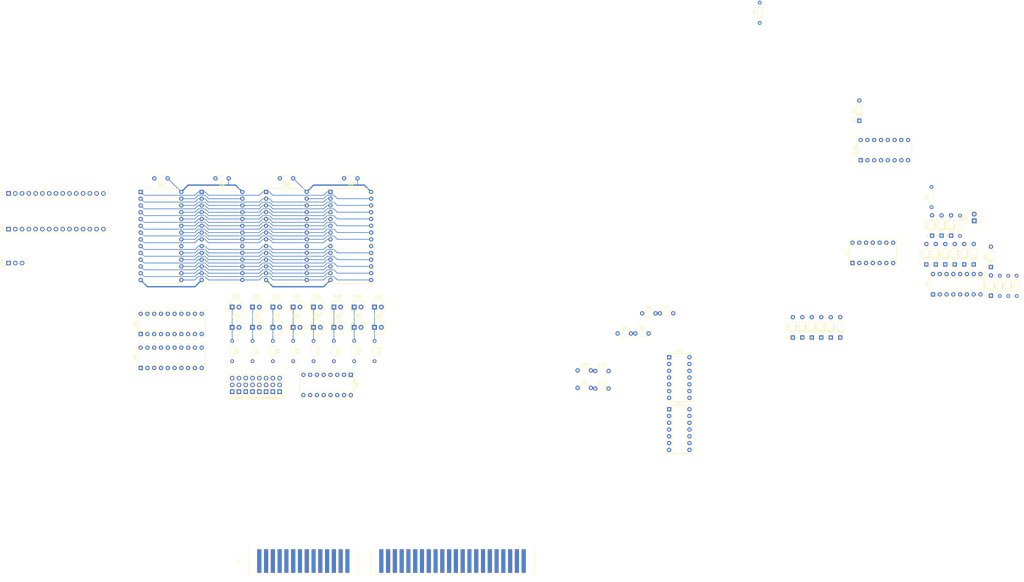
<source format=kicad_pcb>
(kicad_pcb (version 20211014) (generator pcbnew)
  (layers (0 "F.Cu" signal) (31 "B.Cu" signal) (34 "B.Paste" user) (35 "F.Paste" user) (36 "B.SilkS" user "B.Silkscreen") (37 "F.SilkS" user "F.Silkscreen") (38 "B.Mask" user) (39 "F.Mask" user) (44 "Edge.Cuts" user))
  (net 0 "")
  (net 1 "Net-(D1-Pad1)")
  (net 2 "Net-(D1-Pad2)")
  (net 3 "Net-(D2-Pad1)")
  (net 4 "Net-(D2-Pad2)")
  (net 5 "Net-(D3-Pad2)")
  (net 6 "Net-(D4-Pad2)")
  (net 7 "Net-(D5-Pad2)")
  (net 8 "Net-(D6-Pad2)")
  (net 9 "Net-(D7-Pad2)")
  (net 10 "Net-(D8-Pad2)")
  (net 11 "Net-(D11-Pad1)")
  (net 12 "Net-(D9-Pad2)")
  (net 13 "Net-(D10-Pad1)")
  (net 14 "Net-(D10-Pad2)")
  (net 15 "Net-(D11-Pad2)")
  (net 16 "Net-(D12-Pad2)")
  (net 17 "Net-(D13-Pad2)")
  (net 18 "Net-(D14-Pad2)")
  (net 19 "Net-(D15-Pad2)")
  (net 20 "Net-(D16-Pad2)")
  (net 21 "Net-(D17-Pad1)")
  (net 22 "BUS_VCC")
  (net 23 "Net-(D18-Pad1)")
  (net 24 "BUS_WRITE_ENABLE")
  (net 25 "BUS_READ_ENABLE")
  (net 26 "BUS_DATA_0")
  (net 27 "BUS_DATA_1")
  (net 28 "BUS_DATA_2")
  (net 29 "BUS_DATA_3")
  (net 30 "BUS_DATA_4")
  (net 31 "BUS_DATA_5")
  (net 32 "BUS_DATA_6")
  (net 33 "BUS_DATA_7")
  (net 38 "BUS_GND")
  (net 39 "BUS_RD_0")
  (net 40 "BUS_RD_1")
  (net 41 "BUS_RD_2")
  (net 42 "BUS_RD_3")
  (net 43 "BUS_WR_0")
  (net 44 "BUS_WR_1")
  (net 45 "BUS_WR_2")
  (net 46 "BUS_WR_3")
  (net 50 "BUS_RESET")
  (net 51 "BUS_RESET_INV")
  (net 52 "BUS_HALT")
  (net 53 "BUS_INT")
  (net 61 "BUS_CLOCK_INV")
  (net 62 "BUS_CLOCK")
  (net 64 "FLAG_INTM")
  (net 65 "FLAG_Z")
  (net 66 "FLAG_C")
  (net 68 "BUS_ULA_ENABLE")
  (net 73 "BUS_ADDR_15")
  (net 74 "BUS_ADDR_14")
  (net 75 "BUS_ADDR_13")
  (net 76 "BUS_ADDR_12")
  (net 77 "BUS_ADDR_11")
  (net 78 "BUS_ADDR_10")
  (net 79 "BUS_ADDR_9")
  (net 80 "BUS_ADDR_8")
  (net 81 "BUS_ADDR_7")
  (net 82 "BUS_ADDR_6")
  (net 83 "BUS_ADDR_5")
  (net 84 "BUS_ADDR_4")
  (net 85 "BUS_ADDR_3")
  (net 86 "BUS_ADDR_2")
  (net 87 "BUS_ADDR_1")
  (net 88 "BUS_ADDR_0")
  (net 89 "READ_ENABLE_INV")
  (net 92 "Net-(SW8-Pad1)")
  (net 99 "Net-(U10-Pad14)")
  (net 100 "Net-(U10-Pad11)")
  (net 101 "PROG_WRITE_ENABLE")
  (net 102 "Net-(SW0-Pad2)")
  (net 103 "Net-(SW1-Pad2)")
  (net 104 "Net-(SW2-Pad2)")
  (net 105 "Net-(SW3-Pad2)")
  (net 106 "Net-(SW4-Pad2)")
  (net 107 "Net-(SW5-Pad2)")
  (net 108 "Net-(SW6-Pad2)")
  (net 109 "Net-(SW7-Pad2)")
  (net 110 "PROG_RUN_VCC")
  (net 111 "Net-(U1-Pad11)")
  (net 112 "Net-(U1-Pad12)")
  (net 113 "Net-(U1-Pad13)")
  (net 114 "Net-(U1-Pad15)")
  (net 115 "Net-(U1-Pad16)")
  (net 116 "Net-(U1-Pad17)")
  (net 117 "Net-(U1-Pad18)")
  (net 118 "Net-(U1-Pad19)")
  (net 119 "WRITE_ENABLE_INV")
  (net 120 "Net-(U9-Pad15)")
  (net 123 "Net-(U10-Pad13)")
  (net 124 "Net-(U10-Pad15)")
  (net 126 "Net-(D20-Pad1)")
  (net 127 "Net-(D22-Pad1)")
  (net 128 "Net-(D24-Pad1)")
  (net 129 "Net-(D26-Pad1)")
  (net 130 "Net-(D28-Pad1)")
  (net 131 "Net-(D30-Pad1)")
  (net 132 "Net-(D32-Pad1)")
  (net 133 "Net-(U11-Pad6)")
  (net 134 "Net-(U7-Pad2)")
  (net 135 "Net-(U11-Pad8)")
  (net 136 "Net-(U7-Pad4)")
  (net 137 "Net-(U7-Pad6)")
  (net 138 "Net-(U11-Pad9)")
  (footprint "Connector_PinHeader_2.54mm:PinHeader_1x03_P2.54mm_Vertical" (layer "F.Cu") (at 138.43 96.52 180)
    (fp_text reference "SW0")
    (fp_text value "SW_SPDT")
  )
  (footprint "Diode_THT:D_DO-35_SOD27_P7.62mm_Horizontal" (layer "F.Cu") (at 409.16 48.775 90)
    (fp_text reference "D11")
    (fp_text value "1N4148")
  )
  (footprint "Resistor_THT:R_Axial_DIN0204_L3.6mm_D1.6mm_P7.62mm_Horizontal" (layer "F.Cu") (at 184.15 77.47 -90)
    (fp_text reference "R12")
    (fp_text value "470R")
  )
  (footprint "LED_THT:LED_D5.0mm" (layer "F.Cu") (at 184.15 64.77)
    (fp_text reference "D30")
    (fp_text value "LED")
  )
  (footprint "LED_THT:LED_D5.0mm" (layer "F.Cu") (at 176.53 72.39)
    (fp_text reference "D29")
    (fp_text value "LED")
  )
  (footprint "Diode_THT:D_DO-35_SOD27_P7.62mm_Horizontal" (layer "F.Cu") (at 416.26 48.775 90)
    (fp_text reference "D15")
    (fp_text value "1N4148")
  )
  (footprint "Diode_THT:D_DO-35_SOD27_P7.62mm_Horizontal" (layer "F.Cu") (at 407.76 38.005 90)
    (fp_text reference "D10")
    (fp_text value "1N4148")
  )
  (footprint "Capacitor_THT:C_Disc_D4.3mm_W1.9mm_P5.00mm" (layer "F.Cu") (at 274.469775 88.78)
    (fp_text reference "C12")
    (fp_text value "100nF")
  )
  (footprint "LED_THT:LED_D5.0mm" (layer "F.Cu") (at 153.67 64.77)
    (fp_text reference "D22")
    (fp_text value "LED")
  )
  (footprint "LED_THT:LED_D5.0mm" (layer "F.Cu") (at 153.67 72.39)
    (fp_text reference "D23")
    (fp_text value "LED")
  )
  (footprint "Resistor_THT:R_Axial_DIN0204_L3.6mm_D1.6mm_P7.62mm_Horizontal" (layer "F.Cu") (at 138.43 77.47 -90)
    (fp_text reference "R6")
    (fp_text value "470R")
  )
  (footprint "Diode_THT:D_DO-35_SOD27_P7.62mm_Horizontal" (layer "F.Cu") (at 402.06 48.775 90)
    (fp_text reference "D12")
    (fp_text value "1N4148")
  )
  (footprint "Package_DIP:DIP-28_W15.24mm" (layer "F.Cu") (at 104.135 21.6)
    (fp_text reference "U1")
    (fp_text value "HM62256BLP")
  )
  (footprint "LED_THT:LED_D5.0mm" (layer "F.Cu") (at 191.77 64.77)
    (fp_text reference "D32")
    (fp_text value "LED")
  )
  (footprint "Resistor_THT:R_Axial_DIN0204_L3.6mm_D1.6mm_P7.62mm_Horizontal" (layer "F.Cu") (at 426.06 60.625 90)
    (fp_text reference "R4")
    (fp_text value "10K")
  )
  (footprint "Resistor_THT:R_Axial_DIN0204_L3.6mm_D1.6mm_P7.62mm_Horizontal" (layer "F.Cu") (at 153.67 77.47 -90)
    (fp_text reference "R8")
    (fp_text value "470R")
  )
  (footprint "Connector_PinHeader_2.54mm:PinHeader_1x03_P2.54mm_Vertical" (layer "F.Cu") (at 148.59 96.505 180)
    (fp_text reference "SW4")
    (fp_text value "SW_SPDT")
  )
  (footprint "Resistor_THT:R_Axial_DIN0204_L3.6mm_D1.6mm_P7.62mm_Horizontal" (layer "F.Cu") (at 400.46 27.335 90)
    (fp_text reference "R2")
    (fp_text value "10K")
  )
  (footprint "Diode_THT:D_DO-35_SOD27_P7.62mm_Horizontal" (layer "F.Cu") (at 412.71 48.775 90)
    (fp_text reference "D18")
    (fp_text value "1N4148")
  )
  (footprint "Diode_THT:D_DO-35_SOD27_P7.62mm_Horizontal" (layer "F.Cu") (at 359.15 76.2 90)
    (fp_text reference "D5")
    (fp_text value "1N4148")
  )
  (footprint "Capacitor_THT:C_Disc_D4.3mm_W1.9mm_P5.00mm" (layer "F.Cu") (at 161.29 16.51 180)
    (fp_text reference "C3")
    (fp_text value "100nF")
  )
  (footprint "Resistor_THT:R_Axial_DIN0204_L3.6mm_D1.6mm_P7.62mm_Horizontal" (layer "F.Cu") (at 429.21 60.625 90)
    (fp_text reference "R6")
    (fp_text value "10K")
  )
  (footprint "Capacitor_THT:C_Disc_D4.3mm_W1.9mm_P5.00mm" (layer "F.Cu") (at 267.839775 95.08)
    (fp_text reference "C5")
    (fp_text value "100nF")
  )
  (footprint "Capacitor_THT:C_Disc_D4.3mm_W1.9mm_P5.00mm" (layer "F.Cu") (at 114.26 16.51 180)
    (fp_text reference "C1")
    (fp_text value "100nF")
  )
  (footprint "Package_DIP:DIP-28_W15.24mm_Socket" (layer "F.Cu") (at 151.13 21.59)
    (fp_text reference "U3")
    (fp_text value "28C256")
  )
  (footprint "Resistor_THT:R_Axial_DIN0204_L3.6mm_D1.6mm_P7.62mm_Horizontal" (layer "F.Cu") (at 191.77 77.47 -90)
    (fp_text reference "R13")
    (fp_text value "470R")
  )
  (footprint "Resistor_THT:R_Axial_DIN0204_L3.6mm_D1.6mm_P7.62mm_Horizontal" (layer "F.Cu") (at 176.53 77.47 -90)
    (fp_text reference "R11")
    (fp_text value "470R")
  )
  (footprint "LED_THT:LED_D5.0mm" (layer "F.Cu") (at 146.05 72.39)
    (fp_text reference "D21")
    (fp_text value "LED")
  )
  (footprint "Package_DIP:DIP-14_W7.62mm_Socket" (layer "F.Cu") (at 370.84 48.26 90)
    (fp_text reference "U7")
    (fp_text value "74LS04")
  )
  (footprint "Connector_PinHeader_2.54mm:PinHeader_1x15_P2.54mm_Vertical" (layer "F.Cu") (at 54.615 35.56 90)
    (fp_text reference "J2")
    (fp_text value "Conn_01x15")
  )
  (footprint "Diode_THT:D_DO-35_SOD27_P7.62mm_Horizontal" (layer "F.Cu") (at 404.21 38.005 90)
    (fp_text reference "D3")
    (fp_text value "1N4148")
  )
  (footprint "LED_THT:LED_D5.0mm" (layer "F.Cu") (at 416.46 32.455 90)
    (fp_text reference "D17")
    (fp_text value "LED")
  )
  (footprint "Diode_THT:D_DO-35_SOD27_P7.62mm_Horizontal" (layer "F.Cu") (at 352.05 76.2 90)
    (fp_text reference "D8")
    (fp_text value "1N4148")
  )
  (footprint "Capacitor_THT:C_Disc_D4.3mm_W1.9mm_P5.00mm" (layer "F.Cu") (at 298.679775 67.13)
    (fp_text reference "C7")
    (fp_text value "100nF")
  )
  (footprint "Resistor_THT:R_Axial_DIN0204_L3.6mm_D1.6mm_P7.62mm_Horizontal" (layer "F.Cu") (at 146.05 77.47 -90)
    (fp_text reference "R7")
    (fp_text value "470R")
  )
  (footprint "Capacitor_THT:C_Disc_D4.3mm_W1.9mm_P5.00mm" (layer "F.Cu") (at 292.049775 67.13)
    (fp_text reference "C8")
    (fp_text value "100nF")
  )
  (footprint "LED_THT:LED_D5.0mm" (layer "F.Cu") (at 184.15 72.39)
    (fp_text reference "D31")
    (fp_text value "LED")
  )
  (footprint "Connector_PinHeader_2.54mm:PinHeader_1x03_P2.54mm_Vertical" (layer "F.Cu") (at 153.67 96.52 180)
    (fp_text reference "SW6")
    (fp_text value "SW_SPDT")
  )
  (footprint "Connector_PinHeader_2.54mm:PinHeader_1x03_P2.54mm_Vertical" (layer "F.Cu") (at 143.51 96.505 180)
    (fp_text reference "SW2")
    (fp_text value "SW_SPDT")
  )
  (footprint "LED_THT:LED_D5.0mm" (layer "F.Cu") (at 138.43 64.77)
    (fp_text reference "D18")
    (fp_text value "LED")
  )
  (footprint "Capacitor_THT:C_Disc_D4.3mm_W1.9mm_P5.00mm" (layer "F.Cu") (at 282.839775 74.68)
    (fp_text reference "C9")
    (fp_text value "100nF")
  )
  (footprint "Package_DIP:DIP-28_W15.24mm_Socket" (layer "F.Cu") (at 175.26 21.59)
    (fp_text reference "U4")
    (fp_text value "28C256")
  )
  (footprint "LED_THT:LED_D5.0mm" (layer "F.Cu") (at 146.05 64.77)
    (fp_text reference "D20")
    (fp_text value "LED")
  )
  (footprint "Package_DIP:DIP-16_W7.62mm_Socket" (layer "F.Cu") (at 401.01 60.025 90)
    (fp_text reference "U9")
    (fp_text value "74LS191")
  )
  (footprint "Diode_THT:D_DO-35_SOD27_P7.62mm_Horizontal" (layer "F.Cu") (at 405.61 48.775 90)
    (fp_text reference "D2")
    (fp_text value "1N4148")
  )
  (footprint "LED_THT:LED_D5.0mm" (layer "F.Cu") (at 168.91 72.39)
    (fp_text reference "D27")
    (fp_text value "LED")
  )
  (footprint "cardedgeslot:Card Edge Slot 28+44" (layer "F.Cu") (at 143.51 167.64 90)
    (fp_text reference "J1")
    (fp_text value "BUS")
  )
  (footprint "Connector_PinHeader_2.54mm:PinHeader_1x03_P2.54mm_Vertical" (layer "F.Cu") (at 54.625 48.26 90)
    (fp_text reference "SW8")
    (fp_text value "SW_SPDT")
  )
  (footprint "Package_DIP:DIP-28_W15.24mm" (layer "F.Cu") (at 126.995 21.6)
    (fp_text reference "U2")
    (fp_text value "HM62256BLP")
  )
  (footprint "Connector_PinHeader_2.54mm:PinHeader_1x03_P2.54mm_Vertical" (layer "F.Cu") (at 140.97 96.52 180)
    (fp_text reference "SW1")
    (fp_text value "SW_SPDT")
  )
  (footprint "Diode_THT:D_DO-35_SOD27_P7.62mm_Horizontal" (layer "F.Cu") (at 373.41 -5.075 90)
    (fp_text reference "D7")
    (fp_text value "1N4148")
  )
  (footprint "Diode_THT:D_DO-35_SOD27_P7.62mm_Horizontal" (layer "F.Cu") (at 366.25 76.2 90)
    (fp_text reference "D1")
    (fp_text value "1N4148")
  )
  (footprint "LED_THT:LED_D5.0mm" (layer "F.Cu") (at 168.91 64.77)
    (fp_text reference "D26")
    (fp_text value "LED")
  )
  (footprint "Connector_PinHeader_2.54mm:PinHeader_1x15_P2.54mm_Vertical" (layer "F.Cu") (at 54.615 22.16 90)
    (fp_text reference "J3")
    (fp_text value "Conn_01x15")
  )
  (footprint "Capacitor_THT:C_Disc_D4.3mm_W1.9mm_P5.00mm" (layer "F.Cu") (at 137.12 16.51 180)
    (fp_text reference "C2")
    (fp_text value "100nF")
  )
  (footprint "Diode_THT:D_DO-35_SOD27_P7.62mm_Horizontal" (layer "F.Cu") (at 400.66 38.005 90)
    (fp_text reference "D14")
    (fp_text value "1N4148")
  )
  (footprint "Package_DIP:DIP-14_W7.62mm_Socket" (layer "F.Cu") (at 302.140225 103.09)
    (fp_text reference "U11")
    (fp_text value "74LS20")
  )
  (footprint "Capacitor_THT:C_Disc_D4.3mm_W1.9mm_P5.00mm" (layer "F.Cu") (at 289.469775 74.68)
    (fp_text reference "C6")
    (fp_text value "100nF")
  )
  (footprint "Connector_PinHeader_2.54mm:PinHeader_1x03_P2.54mm_Vertical" (layer "F.Cu") (at 146.05 96.505 180)
    (fp_text reference "SW3")
    (fp_text value "SW_SPDT")
  )
  (footprint "Diode_THT:D_DO-35_SOD27_P7.62mm_Horizontal" (layer "F.Cu") (at 362.7 76.2 90)
    (fp_text reference "D19")
    (fp_text value "1N4148")
  )
  (footprint "Diode_THT:D_DO-35_SOD27_P7.62mm_Horizontal" (layer "F.Cu") (at 398.51 48.775 90)
    (fp_text reference "D16")
    (fp_text value "1N4148")
  )
  (footprint "Resistor_THT:R_Axial_DIN0204_L3.6mm_D1.6mm_P7.62mm_Horizontal" (layer "F.Cu") (at 161.29 77.47 -90)
    (fp_text reference "R9")
    (fp_text value "470R")
  )
  (footprint "Package_DIP:DIP-14_W7.62mm_Socket" (layer "F.Cu") (at 302.140225 83.59)
    (fp_text reference "U12")
    (fp_text value "74LS20")
  )
  (footprint "Package_DIP:DIP-20_W7.62mm_Socket" (layer "F.Cu") (at 104.145 87.62 90)
    (fp_text reference "U6")
    (fp_text value "74LS244")
  )
  (footprint "Diode_THT:D_DO-35_SOD27_P7.62mm_Horizontal" (layer "F.Cu") (at 355.6 76.2 90)
    (fp_text reference "D6")
    (fp_text value "1N4148")
  )
  (footprint "Resistor_THT:R_Axial_DIN0204_L3.6mm_D1.6mm_P7.62mm_Horizontal" (layer "F.Cu") (at 432.36 60.625 90)
    (fp_text reference "R5")
    (fp_text value "10K")
  )
  (footprint "Connector_PinHeader_2.54mm:PinHeader_1x03_P2.54mm_Vertical" (layer "F.Cu") (at 151.13 96.52 180)
    (fp_text reference "SW5")
    (fp_text value "SW_SPDT")
  )
  (footprint "Resistor_THT:R_Axial_DIN0204_L3.6mm_D1.6mm_P7.62mm_Horizontal" (layer "F.Cu") (at 336.06 -41.775 90)
    (fp_text reference "R3")
    (fp_text value "10K")
  )
  (footprint "Package_DIP:DIP-20_W7.62mm_Socket" (layer "F.Cu") (at 104.145 74.92 90)
    (fp_text reference "U5")
    (fp_text value "74LS244")
  )
  (footprint "LED_THT:LED_D5.0mm" (layer "F.Cu") (at 161.29 72.39)
    (fp_text reference "D25")
    (fp_text value "LED")
  )
  (footprint "Capacitor_THT:C_Disc_D4.3mm_W1.9mm_P5.00mm" (layer "F.Cu") (at 267.839775 88.53)
    (fp_text reference "C10")
    (fp_text value "100nF")
  )
  (footprint "Resistor_THT:R_Axial_DIN0204_L3.6mm_D1.6mm_P7.62mm_Horizontal" (layer "F.Cu") (at 411.11 38.105 90)
    (fp_text reference "R1")
    (fp_text value "470R")
  )
  (footprint "LED_THT:LED_D5.0mm" (layer "F.Cu") (at 191.77 72.39)
    (fp_text reference "D33")
    (fp_text value "LED")
  )
  (footprint "Capacitor_THT:C_Disc_D4.3mm_W1.9mm_P5.00mm" (layer "F.Cu") (at 274.469775 95.33)
    (fp_text reference "C11")
    (fp_text value "100nF")
  )
  (footprint "Package_DIP:DIP-16_W7.62mm_Socket" (layer "F.Cu") (at 373.91 9.725 90)
    (fp_text reference "U10")
    (fp_text value "74LS191")
  )
  (footprint "LED_THT:LED_D5.0mm" (layer "F.Cu") (at 161.29 64.77)
    (fp_text reference "D24")
    (fp_text value "LED")
  )
  (footprint "Diode_THT:D_DO-35_SOD27_P7.62mm_Horizontal" (layer "F.Cu") (at 348.5 76.2 90)
    (fp_text reference "D13")
    (fp_text value "1N4148")
  )
  (footprint "Resistor_THT:R_Axial_DIN0204_L3.6mm_D1.6mm_P7.62mm_Horizontal" (layer "F.Cu") (at 168.91 77.47 -90)
    (fp_text reference "R10")
    (fp_text value "470R")
  )
  (footprint "Package_DIP:DIP-16_W7.62mm_Socket" (layer "F.Cu") (at 182.89 90.18 -90)
    (fp_text reference "U8")
    (fp_text value "74LS138")
  )
  (footprint "Diode_THT:D_DO-35_SOD27_P7.62mm_Horizontal" (layer "F.Cu") (at 422.71 60.525 90)
    (fp_text reference "D4")
    (fp_text value "1N4148")
  )
  (footprint "LED_THT:LED_D5.0mm" (layer "F.Cu") (at 176.53 64.77)
    (fp_text reference "D28")
    (fp_text value "LED")
  )
  (footprint "LED_THT:LED_D5.0mm" (layer "F.Cu") (at 138.43 72.39)
    (fp_text reference "D19")
    (fp_text value "LED")
  )
  (footprint "Connector_PinHeader_2.54mm:PinHeader_1x03_P2.54mm_Vertical" (layer "F.Cu") (at 156.21 96.52 180)
    (fp_text reference "SW7")
    (fp_text value "SW_SPDT")
  )
  (footprint "Diode_THT:D_DO-35_SOD27_P7.62mm_Horizontal" (layer "F.Cu") (at 422.71 49.755 90)
    (fp_text reference "D9")
    (fp_text value "1N4148")
  )
  (footprint "Capacitor_THT:C_Disc_D4.3mm_W1.9mm_P5.00mm" (layer "F.Cu") (at 185.38 16.51 180)
    (fp_text reference "C4")
    (fp_text value "100nF")
  )
  (segment (start 119.35 21.6) (end 119.375 21.6) (width 0.25) (layer "F.Cu") (net 22))
  (segment (start 121.92 19.055) (end 121.92 19.05) (width 0.5) (layer "B.Cu") (net 22))
  (segment (start 139.7 19.05) (end 139.7 19.065) (width 0.5) (layer "B.Cu") (net 22))
  (segment (start 121.92 19.05) (end 137.16 19.05) (width 0.5) (layer "B.Cu") (net 22))
  (segment (start 137.12 16.51) (end 137.12 19.01) (width 0.25) (layer "B.Cu") (net 22))
  (segment (start 137.16 19.05) (end 139.7 19.05) (width 0.5) (layer "B.Cu") (net 22))
  (segment (start 139.7 19.065) (end 142.235 21.6) (width 0.5) (layer "B.Cu") (net 22))
  (segment (start 137.12 19.01) (end 137.16 19.05) (width 0.25) (layer "B.Cu") (net 22))
  (segment (start 114.26 16.51) (end 119.35 21.6) (width 0.25) (layer "B.Cu") (net 22))
  (segment (start 119.375 21.6) (end 121.92 19.055) (width 0.5) (layer "B.Cu") (net 22))
  (segment (start 138.43 72.39) (end 138.43 64.77) (width 0.25) (layer "B.Cu") (net 23))
  (segment (start 138.43 77.47) (end 138.43 72.39) (width 0.25) (layer "B.Cu") (net 23))
  (segment (start 124.465 57.15) (end 126.995 54.62) (width 0.5) (layer "B.Cu") (net 38))
  (segment (start 153.67 57.15) (end 172.72 57.15) (width 0.5) (layer "B.Cu") (net 38))
  (segment (start 104.135 54.62) (end 106.665 57.15) (width 0.5) (layer "B.Cu") (net 38))
  (segment (start 172.72 57.15) (end 175.26 54.61) (width 0.5) (layer "B.Cu") (net 38))
  (segment (start 151.13 54.61) (end 153.67 57.15) (width 0.5) (layer "B.Cu") (net 38))
  (segment (start 106.665 57.15) (end 124.465 57.15) (width 0.5) (layer "B.Cu") (net 38))
  (segment (start 128.27 21.59) (end 129.54 22.86) (width 0.25) (layer "B.Cu") (net 74))
  (segment (start 152.4 21.59) (end 153.67 22.86) (width 0.25) (layer "B.Cu") (net 74))
  (segment (start 151.13 21.59) (end 152.4 21.59) (width 0.25) (layer "B.Cu") (net 74))
  (segment (start 128.26 21.6) (end 128.27 21.59) (width 0.25) (layer "B.Cu") (net 74))
  (segment (start 126.995 21.6) (end 128.26 21.6) (width 0.25) (layer "B.Cu") (net 74))
  (segment (start 104.135 21.6) (end 105.395 22.86) (width 0.25) (layer "B.Cu") (net 74))
  (segment (start 148.59 22.86) (end 149.86 21.59) (width 0.25) (layer "B.Cu") (net 74))
  (segment (start 173.99 21.59) (end 175.26 21.59) (width 0.25) (layer "B.Cu") (net 74))
  (segment (start 172.72 22.86) (end 173.99 21.59) (width 0.25) (layer "B.Cu") (net 74))
  (segment (start 129.54 22.86) (end 148.59 22.86) (width 0.25) (layer "B.Cu") (net 74))
  (segment (start 125.73 21.59) (end 125.74 21.6) (width 0.25) (layer "B.Cu") (net 74))
  (segment (start 149.86 21.59) (end 151.13 21.59) (width 0.25) (layer "B.Cu") (net 74))
  (segment (start 125.74 21.6) (end 126.995 21.6) (width 0.25) (layer "B.Cu") (net 74))
  (segment (start 105.395 22.86) (end 124.46 22.86) (width 0.25) (layer "B.Cu") (net 74))
  (segment (start 124.46 22.86) (end 125.73 21.59) (width 0.25) (layer "B.Cu") (net 74))
  (segment (start 153.67 22.86) (end 172.72 22.86) (width 0.25) (layer "B.Cu") (net 74))
  (segment (start 166.37 26.67) (end 172.72 26.67) (width 0.25) (layer "B.Cu") (net 75))
  (segment (start 129.55 26.68) (end 142.235 26.68) (width 0.25) (layer "B.Cu") (net 75))
  (segment (start 152.4 25.4) (end 153.67 26.67) (width 0.25) (layer "B.Cu") (net 75))
  (segment (start 149.86 25.4) (end 152.4 25.4) (width 0.25) (layer "B.Cu") (net 75))
  (segment (start 119.375 26.68) (end 124.45 26.68) (width 0.25) (layer "B.Cu") (net 75))
  (segment (start 173.99 25.4) (end 176.53 25.4) (width 0.25) (layer "B.Cu") (net 75))
  (segment (start 153.67 26.67) (end 166.37 26.67) (width 0.25) (layer "B.Cu") (net 75))
  (segment (start 148.58 26.68) (end 149.86 25.4) (width 0.25) (layer "B.Cu") (net 75))
  (segment (start 125.73 25.4) (end 128.27 25.4) (width 0.25) (layer "B.Cu") (net 75))
  (segment (start 128.27 25.4) (end 129.55 26.68) (width 0.25) (layer "B.Cu") (net 75))
  (segment (start 142.235 26.68) (end 148.58 26.68) (width 0.25) (layer "B.Cu") (net 75))
  (segment (start 124.45 26.68) (end 125.73 25.4) (width 0.25) (layer "B.Cu") (net 75))
  (segment (start 172.72 26.67) (end 173.99 25.4) (width 0.25) (layer "B.Cu") (net 75))
  (segment (start 177.8 26.67) (end 190.5 26.67) (width 0.25) (layer "B.Cu") (net 75))
  (segment (start 176.53 25.4) (end 177.8 26.67) (width 0.25) (layer "B.Cu") (net 75))
  (segment (start 128.27 24.13) (end 129.54 25.4) (width 0.25) (layer "B.Cu") (net 76))
  (segment (start 172.72 25.4) (end 173.99 24.13) (width 0.25) (layer "B.Cu") (net 76))
  (segment (start 124.46 25.4) (end 125.73 24.13) (width 0.25) (layer "B.Cu") (net 76))
  (segment (start 151.13 24.13) (end 152.4 24.13) (width 0.25) (layer "B.Cu") (net 76))
  (segment (start 152.4 24.13) (end 153.67 25.4) (width 0.25) (layer "B.Cu") (net 76))
  (segment (start 125.73 24.13) (end 125.74 24.14) (width 0.25) (layer "B.Cu") (net 76))
  (segment (start 104.135 24.14) (end 105.395 25.4) (width 0.25) (layer "B.Cu") (net 76))
  (segment (start 173.99 24.13) (end 175.26 24.13) (width 0.25) (layer "B.Cu") (net 76))
  (segment (start 128.26 24.14) (end 128.27 24.13) (width 0.25) (layer "B.Cu") (net 76))
  (segment (start 105.395 25.4) (end 124.46 25.4) (width 0.25) (layer "B.Cu") (net 76))
  (segment (start 125.74 24.14) (end 126.995 24.14) (width 0.25) (layer "B.Cu") (net 76))
  (segment (start 129.54 25.4) (end 148.59 25.4) (width 0.25) (layer "B.Cu") (net 76))
  (segment (start 126.995 24.14) (end 128.26 24.14) (width 0.25) (layer "B.Cu") (net 76))
  (segment (start 149.86 24.13) (end 151.13 24.13) (width 0.25) (layer "B.Cu") (net 76))
  (segment (start 153.67 25.4) (end 172.72 25.4) (width 0.25) (layer "B.Cu") (net 76))
  (segment (start 148.59 25.4) (end 149.86 24.13) (width 0.25) (layer "B.Cu") (net 76))
  (segment (start 172.72 34.29) (end 173.99 33.02) (width 0.25) (layer "B.Cu") (net 77))
  (segment (start 128.27 33.02) (end 129.55 34.3) (width 0.25) (layer "B.Cu") (net 77))
  (segment (start 176.53 33.02) (end 177.8 34.29) (width 0.25) (layer "B.Cu") (net 77))
  (segment (start 173.99 33.02) (end 176.53 33.02) (width 0.25) (layer "B.Cu") (net 77))
  (segment (start 142.235 34.3) (end 148.58 34.3) (width 0.25) (layer "B.Cu") (net 77))
  (segment (start 153.67 34.29) (end 166.37 34.29) (width 0.25) (layer "B.Cu") (net 77))
  (segment (start 166.37 34.29) (end 172.72 34.29) (width 0.25) (layer "B.Cu") (net 77))
  (segment (start 129.55 34.3) (end 142.235 34.3) (width 0.25) (layer "B.Cu") (net 77))
  (segment (start 124.45 34.3) (end 125.73 33.02) (width 0.25) (layer "B.Cu") (net 77))
  (segment (start 125.73 33.02) (end 128.27 33.02) (width 0.25) (layer "B.Cu") (net 77))
  (segment (start 152.4 33.02) (end 153.67 34.29) (width 0.25) (layer "B.Cu") (net 77))
  (segment (start 119.375 34.3) (end 124.45 34.3) (width 0.25) (layer "B.Cu") (net 77))
  (segment (start 177.8 34.29) (end 190.5 34.29) (width 0.25) (layer "B.Cu") (net 77))
  (segment (start 148.58 34.3) (end 149.86 33.02) (width 0.25) (layer "B.Cu") (net 77))
  (segment (start 149.86 33.02) (end 152.4 33.02) (width 0.25) (layer "B.Cu") (net 77))
  (segment (start 149.86 38.1) (end 152.4 38.1) (width 0.25) (layer "B.Cu") (net 78))
  (segment (start 119.375 39.38) (end 124.45 39.38) (width 0.25) (layer "B.Cu") (net 78))
  (segment (start 124.45 39.38) (end 125.73 38.1) (width 0.25) (layer "B.Cu") (net 78))
  (segment (start 142.235 39.38) (end 148.58 39.38) (width 0.25) (layer "B.Cu") (net 78))
  (segment (start 172.72 39.37) (end 173.99 38.1) (width 0.25) (layer "B.Cu") (net 78))
  (segment (start 153.67 39.37) (end 166.37 39.37) (width 0.25) (layer "B.Cu") (net 78))
  (segment (start 166.37 39.37) (end 172.72 39.37) (width 0.25) (layer "B.Cu") (net 78))
  (segment (start 148.58 39.38) (end 149.86 38.1) (width 0.25) (layer "B.Cu") (net 78))
  (segment (start 129.55 39.38) (end 142.235 39.38) (width 0.25) (layer "B.Cu") (net 78))
  (segment (start 152.4 38.1) (end 153.67 39.37) (width 0.25) (layer "B.Cu") (net 78))
  (segment (start 176.53 38.1) (end 177.8 39.37) (width 0.25) (layer "B.Cu") (net 78))
  (segment (start 128.27 38.1) (end 129.55 39.38) (width 0.25) (layer "B.Cu") (net 78))
  (segment (start 177.8 39.37) (end 190.5 39.37) (width 0.25) (layer "B.Cu") (net 78))
  (segment (start 173.99 38.1) (end 176.53 38.1) (width 0.25) (layer "B.Cu") (net 78))
  (segment (start 125.73 38.1) (end 128.27 38.1) (width 0.25) (layer "B.Cu") (net 78))
  (segment (start 142.235 31.76) (end 148.58 31.76) (width 0.25) (layer "B.Cu") (net 79))
  (segment (start 148.58 31.76) (end 149.86 30.48) (width 0.25) (layer "B.Cu") (net 79))
  (segment (start 166.37 31.75) (end 172.72 31.75) (width 0.25) (layer "B.Cu") (net 79))
  (segment (start 172.72 31.75) (end 173.99 30.48) (width 0.25) (layer "B.Cu") (net 79))
  (segment (start 149.86 30.48) (end 152.4 30.48) (width 0.25) (layer "B.Cu") (net 79))
  (segment (start 125.73 30.48) (end 128.27 30.48) (width 0.25) (layer "B.Cu") (net 79))
  (segment (start 176.53 30.48) (end 177.8 31.75) (width 0.25) (layer "B.Cu") (net 79))
  (segment (start 153.67 31.75) (end 166.37 31.75) (width 0.25) (layer "B.Cu") (net 79))
  (segment (start 124.45 31.76) (end 125.73 30.48) (width 0.25) (layer "B.Cu") (net 79))
  (segment (start 128.27 30.48) (end 129.55 31.76) (width 0.25) (layer "B.Cu") (net 79))
  (segment (start 177.8 31.75) (end 190.5 31.75) (width 0.25) (layer "B.Cu") (net 79))
  (segment (start 129.55 31.76) (end 142.235 31.76) (width 0.25) (layer "B.Cu") (net 79))
  (segment (start 119.375 31.76) (end 124.45 31.76) (width 0.25) (layer "B.Cu") (net 79))
  (segment (start 173.99 30.48) (end 176.53 30.48) (width 0.25) (layer "B.Cu") (net 79))
  (segment (start 152.4 30.48) (end 153.67 31.75) (width 0.25) (layer "B.Cu") (net 79))
  (segment (start 129.55 29.22) (end 142.235 29.22) (width 0.25) (layer "B.Cu") (net 80))
  (segment (start 148.58 29.22) (end 149.86 27.94) (width 0.25) (layer "B.Cu") (net 80))
  (segment (start 153.67 29.21) (end 166.37 29.21) (width 0.25) (layer "B.Cu") (net 80))
  (segment (start 166.37 29.21) (end 172.72 29.21) (width 0.25) (layer "B.Cu") (net 80))
  (segment (start 177.8 29.21) (end 190.5 29.21) (width 0.25) (layer "B.Cu") (net 80))
  (segment (start 142.235 29.22) (end 148.58 29.22) (width 0.25) (layer "B.Cu") (net 80))
  (segment (start 172.72 29.21) (end 173.99 27.94) (width 0.25) (layer "B.Cu") (net 80))
  (segment (start 125.73 27.94) (end 128.27 27.94) (width 0.25) (layer "B.Cu") (net 80))
  (segment (start 149.86 27.94) (end 152.4 27.94) (width 0.25) (layer "B.Cu") (net 80))
  (segment (start 124.45 29.22) (end 125.73 27.94) (width 0.25) (layer "B.Cu") (net 80))
  (segment (start 119.375 29.22) (end 124.45 29.22) (width 0.25) (layer "B.Cu") (net 80))
  (segment (start 173.99 27.94) (end 176.53 27.94) (width 0.25) (layer "B.Cu") (net 80))
  (segment (start 176.53 27.94) (end 177.8 29.21) (width 0.25) (layer "B.Cu") (net 80))
  (segment (start 128.27 27.94) (end 129.55 29.22) (width 0.25) (layer "B.Cu") (net 80))
  (segment (start 152.4 27.94) (end 153.67 29.21) (width 0.25) (layer "B.Cu") (net 80))
  (segment (start 149.86 26.67) (end 151.13 26.67) (width 0.25) (layer "B.Cu") (net 81))
  (segment (start 104.135 26.68) (end 105.395 27.94) (width 0.25) (layer "B.Cu") (net 81))
  (segment (start 128.28 26.68) (end 129.54 27.94) (width 0.25) (layer "B.Cu") (net 81))
  (segment (start 151.13 26.67) (end 152.4 26.67) (width 0.25) (layer "B.Cu") (net 81))
  (segment (start 124.46 27.94) (end 125.73 26.67) (width 0.25) (layer "B.Cu") (net 81))
  (segment (start 129.54 27.94) (end 148.59 27.94) (width 0.25) (layer "B.Cu") (net 81))
  (segment (start 148.59 27.94) (end 149.86 26.67) (width 0.25) (layer "B.Cu") (net 81))
  (segment (start 172.72 27.94) (end 173.99 26.67) (width 0.25) (layer "B.Cu") (net 81))
  (segment (start 173.99 26.67) (end 175.26 26.67) (width 0.25) (layer "B.Cu") (net 81))
  (segment (start 125.73 26.67) (end 125.74 26.68) (width 0.25) (layer "B.Cu") (net 81))
  (segment (start 105.395 27.94) (end 124.46 27.94) (width 0.25) (layer "B.Cu") (net 81))
  (segment (start 153.67 27.94) (end 172.72 27.94) (width 0.25) (layer "B.Cu") (net 81))
  (segment (start 152.4 26.67) (end 153.67 27.94) (width 0.25) (layer "B.Cu") (net 81))
  (segment (start 126.995 26.68) (end 128.28 26.68) (width 0.25) (layer "B.Cu") (net 81))
  (segment (start 125.74 26.68) (end 126.995 26.68) (width 0.25) (layer "B.Cu") (net 81))
  (segment (start 105.395 30.48) (end 124.46 30.48) (width 0.25) (layer "B.Cu") (net 82))
  (segment (start 173.99 29.21) (end 175.26 29.21) (width 0.25) (layer "B.Cu") (net 82))
  (segment (start 128.26 29.22) (end 128.27 29.21) (width 0.25) (layer "B.Cu") (net 82))
  (segment (start 129.54 30.48) (end 148.59 30.48) (width 0.25) (layer "B.Cu") (net 82))
  (segment (start 125.73 29.21) (end 125.74 29.22) (width 0.25) (layer "B.Cu") (net 82))
  (segment (start 153.67 30.48) (end 172.72 30.48) (width 0.25) (layer "B.Cu") (net 82))
  (segment (start 124.46 30.48) (end 125.73 29.21) (width 0.25) (layer "B.Cu") (net 82))
  (segment (start 151.13 29.21) (end 152.4 29.21) (width 0.25) (layer "B.Cu") (net 82))
  (segment (start 149.86 29.21) (end 151.13 29.21) (width 0.25) (layer "B.Cu") (net 82))
  (segment (start 152.4 29.21) (end 153.67 30.48) (width 0.25) (layer "B.Cu") (net 82))
  (segment (start 148.59 30.48) (end 149.86 29.21) (width 0.25) (layer "B.Cu") (net 82))
  (segment (start 125.74 29.22) (end 126.995 29.22) (width 0.25) (layer "B.Cu") (net 82))
  (segment (start 104.135 29.22) (end 105.395 30.48) (width 0.25) (layer "B.Cu") (net 82))
  (segment (start 128.27 29.21) (end 129.54 30.48) (width 0.25) (layer "B.Cu") (net 82))
  (segment (start 172.72 30.48) (end 173.99 29.21) (width 0.25) (layer "B.Cu") (net 82))
  (segment (start 126.995 29.22) (end 128.26 29.22) (width 0.25) (layer "B.Cu") (net 82))
  (segment (start 149.86 31.75) (end 151.13 31.75) (width 0.25) (layer "B.Cu") (net 83))
  (segment (start 153.67 33.02) (end 172.72 33.02) (width 0.25) (layer "B.Cu") (net 83))
  (segment (start 125.73 31.75) (end 125.74 31.76) (width 0.25) (layer "B.Cu") (net 83))
  (segment (start 172.72 33.02) (end 173.99 31.75) (width 0.25) (layer "B.Cu") (net 83))
  (segment (start 126.995 31.76) (end 128.26 31.76) (width 0.25) (layer "B.Cu") (net 83))
  (segment (start 148.59 33.02) (end 149.86 31.75) (width 0.25) (layer "B.Cu") (net 83))
  (segment (start 125.74 31.76) (end 126.995 31.76) (width 0.25) (layer "B.Cu") (net 83))
  (segment (start 152.4 31.75) (end 153.67 33.02) (width 0.25) (layer "B.Cu") (net 83))
  (segment (start 128.26 31.76) (end 128.27 31.75) (width 0.25) (layer "B.Cu") (net 83))
  (segment (start 124.46 33.02) (end 125.73 31.75) (width 0.25) (layer "B.Cu") (net 83))
  (segment (start 129.54 33.02) (end 148.59 33.02) (width 0.25) (layer "B.Cu") (net 83))
  (segment (start 104.135 31.76) (end 105.395 33.02) (width 0.25) (layer "B.Cu") (net 83))
  (segment (start 105.395 33.02) (end 124.46 33.02) (width 0.25) (layer "B.Cu") (net 83))
  (segment (start 151.13 31.75) (end 152.4 31.75) (width 0.25) (layer "B.Cu") (net 83))
  (segment (start 173.99 31.75) (end 175.26 31.75) (width 0.25) (layer "B.Cu") (net 83))
  (segment (start 128.27 31.75) (end 129.54 33.02) (width 0.25) (layer "B.Cu") (net 83))
  (segment (start 104.135 34.3) (end 105.395 35.56) (width 0.25) (layer "B.Cu") (net 84))
  (segment (start 128.27 34.29) (end 129.54 35.56) (width 0.25) (layer "B.Cu") (net 84))
  (segment (start 129.54 35.56) (end 148.59 35.56) (width 0.25) (layer "B.Cu") (net 84))
  (segment (start 152.4 34.29) (end 153.67 35.56) (width 0.25) (layer "B.Cu") (net 84))
  (segment (start 148.59 35.56) (end 149.86 34.29) (width 0.25) (layer "B.Cu") (net 84))
  (segment (start 125.73 34.29) (end 125.74 34.3) (width 0.25) (layer "B.Cu") (net 84))
  (segment (start 128.26 34.3) (end 128.27 34.29) (width 0.25) (layer "B.Cu") (net 84))
  (segment (start 124.46 35.56) (end 125.73 34.29) (width 0.25) (layer "B.Cu") (net 84))
  (segment (start 126.995 34.3) (end 128.26 34.3) (width 0.25) (layer "B.Cu") (net 84))
  (segment (start 125.74 34.3) (end 126.995 34.3) (width 0.25) (layer "B.Cu") (net 84))
  (segment (start 105.395 35.56) (end 124.46 35.56) (width 0.25) (layer "B.Cu") (net 84))
  (segment (start 149.86 34.29) (end 151.13 34.29) (width 0.25) (layer "B.Cu") (net 84))
  (segment (start 172.72 35.56) (end 173.99 34.29) (width 0.25) (layer "B.Cu") (net 84))
  (segment (start 153.67 35.56) (end 172.72 35.56) (width 0.25) (layer "B.Cu") (net 84))
  (segment (start 151.13 34.29) (end 152.4 34.29) (width 0.25) (layer "B.Cu") (net 84))
  (segment (start 173.99 34.29) (end 175.26 34.29) (width 0.25) (layer "B.Cu") (net 84))
  (segment (start 148.59 38.1) (end 149.86 36.83) (width 0.25) (layer "B.Cu") (net 85))
  (segment (start 104.135 36.84) (end 105.395 38.1) (width 0.25) (layer "B.Cu") (net 85))
  (segment (start 153.67 38.1) (end 172.72 38.1) (width 0.25) (layer "B.Cu") (net 85))
  (segment (start 105.395 38.1) (end 124.46 38.1) (width 0.25) (layer "B.Cu") (net 85))
  (segment (start 125.74 36.84) (end 126.995 36.84) (width 0.25) (layer "B.Cu") (net 85))
  (segment (start 128.27 36.83) (end 129.54 38.1) (width 0.25) (layer "B.Cu") (net 85))
  (segment (start 149.86 36.83) (end 151.13 36.83) (width 0.25) (layer "B.Cu") (net 85))
  (segment (start 128.26 36.84) (end 128.27 36.83) (width 0.25) (layer "B.Cu") (net 85))
  (segment (start 126.995 36.84) (end 128.26 36.84) (width 0.25) (layer "B.Cu") (net 85))
  (segment (start 151.13 36.83) (end 152.4 36.83) (width 0.25) (layer "B.Cu") (net 85))
  (segment (start 129.54 38.1) (end 148.59 38.1) (width 0.25) (layer "B.Cu") (net 85))
  (segment (start 173.99 36.83) (end 175.26 36.83) (width 0.25) (layer "B.Cu") (net 85))
  (segment (start 125.73 36.83) (end 125.74 36.84) (width 0.25) (layer "B.Cu") (net 85))
  (segment (start 172.72 38.1) (end 173.99 36.83) (width 0.25) (layer "B.Cu") (net 85))
  (segment (start 124.46 38.1) (end 125.73 36.83) (width 0.25) (layer "B.Cu") (net 85))
  (segment (start 152.4 36.83) (end 153.67 38.1) (width 0.25) (layer "B.Cu") (net 85))
  (segment (start 149.86 39.37) (end 151.13 39.37) (width 0.25) (layer "B.Cu") (net 86))
  (segment (start 128.26 39.38) (end 128.27 39.37) (width 0.25) (layer "B.Cu") (net 86))
  (segment (start 125.74 39.38) (end 126.995 39.38) (width 0.25) (layer "B.Cu") (net 86))
  (segment (start 152.4 39.37) (end 153.67 40.64) (width 0.25) (layer "B.Cu") (net 86))
  (segment (start 151.13 39.37) (end 152.4 39.37) (width 0.25) (layer "B.Cu") (net 86))
  (segment (start 105.395 40.64) (end 124.46 40.64) (width 0.25) (layer "B.Cu") (net 86))
  (segment (start 104.135 39.38) (end 105.395 40.64) (width 0.25) (layer "B.Cu") (net 86))
  (segment (start 124.46 40.64) (end 125.73 39.37) (width 0.25) (layer "B.Cu") (net 86))
  (segment (start 125.73 39.37) (end 125.74 39.38) (width 0.25) (layer "B.Cu") (net 86))
  (segment (start 172.72 40.64) (end 173.99 39.37) (width 0.25) (layer "B.Cu") (net 86))
  (segment (start 173.99 39.37) (end 175.26 39.37) (width 0.25) (layer "B.Cu") (net 86))
  (segment (start 129.54 40.64) (end 148.59 40.64) (width 0.25) (layer "B.Cu") (net 86))
  (segment (start 148.59 40.64) (end 149.86 39.37) (width 0.25) (layer "B.Cu") (net 86))
  (segment (start 153.67 40.64) (end 172.72 40.64) (width 0.25) (layer "B.Cu") (net 86))
  (segment (start 128.27 39.37) (end 129.54 40.64) (width 0.25) (layer "B.Cu") (net 86))
  (segment (start 126.995 39.38) (end 128.26 39.38) (width 0.25) (layer "B.Cu") (net 86))
  (segment (start 152.4 41.91) (end 153.67 43.18) (width 0.25) (layer "B.Cu") (net 87))
  (segment (start 104.135 41.92) (end 105.395 43.18) (width 0.25) (layer "B.Cu") (net 87))
  (segment (start 125.73 41.91) (end 125.74 41.92) (width 0.25) (layer "B.Cu") (net 87))
  (segment (start 124.46 43.18) (end 125.73 41.91) (width 0.25) (layer "B.Cu") (net 87))
  (segment (start 125.74 41.92) (end 126.995 41.92) (width 0.25) (layer "B.Cu") (net 87))
  (segment (start 105.395 43.18) (end 124.46 43.18) (width 0.25) (layer "B.Cu") (net 87))
  (segment (start 173.99 41.91) (end 175.26 41.91) (width 0.25) (layer "B.Cu") (net 87))
  (segment (start 129.54 43.18) (end 148.59 43.18) (width 0.25) (layer "B.Cu") (net 87))
  (segment (start 126.995 41.92) (end 128.26 41.92) (width 0.25) (layer "B.Cu") (net 87))
  (segment (start 153.67 43.18) (end 172.72 43.18) (width 0.25) (layer "B.Cu") (net 87))
  (segment (start 149.86 41.91) (end 151.13 41.91) (width 0.25) (layer "B.Cu") (net 87))
  (segment (start 128.26 41.92) (end 128.27 41.91) (width 0.25) (layer "B.Cu") (net 87))
  (segment (start 128.27 41.91) (end 129.54 43.18) (width 0.25) (layer "B.Cu") (net 87))
  (segment (start 172.72 43.18) (end 173.99 41.91) (width 0.25) (layer "B.Cu") (net 87))
  (segment (start 151.13 41.91) (end 152.4 41.91) (width 0.25) (layer "B.Cu") (net 87))
  (segment (start 148.59 43.18) (end 149.86 41.91) (width 0.25) (layer "B.Cu") (net 87))
  (segment (start 153.67 45.72) (end 172.72 45.72) (width 0.25) (layer "B.Cu") (net 88))
  (segment (start 151.13 44.45) (end 152.4 44.45) (width 0.25) (layer "B.Cu") (net 88))
  (segment (start 104.135 44.46) (end 105.395 45.72) (width 0.25) (layer "B.Cu") (net 88))
  (segment (start 125.73 44.45) (end 125.74 44.46) (width 0.25) (layer "B.Cu") (net 88))
  (segment (start 173.99 44.45) (end 175.26 44.45) (width 0.25) (layer "B.Cu") (net 88))
  (segment (start 172.72 45.72) (end 173.99 44.45) (width 0.25) (layer "B.Cu") (net 88))
  (segment (start 148.59 45.72) (end 149.86 44.45) (width 0.25) (layer "B.Cu") (net 88))
  (segment (start 125.74 44.46) (end 126.995 44.46) (width 0.25) (layer "B.Cu") (net 88))
  (segment (start 105.395 45.72) (end 124.46 45.72) (width 0.25) (layer "B.Cu") (net 88))
  (segment (start 126.995 44.46) (end 128.26 44.46) (width 0.25) (layer "B.Cu") (net 88))
  (segment (start 149.86 44.45) (end 151.13 44.45) (width 0.25) (layer "B.Cu") (net 88))
  (segment (start 129.54 45.72) (end 148.59 45.72) (width 0.25) (layer "B.Cu") (net 88))
  (segment (start 152.4 44.45) (end 153.67 45.72) (width 0.25) (layer "B.Cu") (net 88))
  (segment (start 124.46 45.72) (end 125.73 44.45) (width 0.25) (layer "B.Cu") (net 88))
  (segment (start 128.26 44.46) (end 128.27 44.45) (width 0.25) (layer "B.Cu") (net 88))
  (segment (start 128.27 44.45) (end 129.54 45.72) (width 0.25) (layer "B.Cu") (net 88))
  (segment (start 177.8 36.83) (end 190.5 36.83) (width 0.25) (layer "B.Cu") (net 89))
  (segment (start 142.235 36.84) (end 148.58 36.84) (width 0.25) (layer "B.Cu") (net 89))
  (segment (start 152.4 35.56) (end 153.67 36.83) (width 0.25) (layer "B.Cu") (net 89))
  (segment (start 176.53 35.56) (end 177.8 36.83) (width 0.25) (layer "B.Cu") (net 89))
  (segment (start 173.99 35.56) (end 176.53 35.56) (width 0.25) (layer "B.Cu") (net 89))
  (segment (start 166.37 36.83) (end 172.72 36.83) (width 0.25) (layer "B.Cu") (net 89))
  (segment (start 128.27 35.56) (end 129.55 36.84) (width 0.25) (layer "B.Cu") (net 89))
  (segment (start 124.45 36.84) (end 125.73 35.56) (width 0.25) (layer "B.Cu") (net 89))
  (segment (start 119.375 36.84) (end 124.45 36.84) (width 0.25) (layer "B.Cu") (net 89))
  (segment (start 172.72 36.83) (end 173.99 35.56) (width 0.25) (layer "B.Cu") (net 89))
  (segment (start 125.73 35.56) (end 128.27 35.56) (width 0.25) (layer "B.Cu") (net 89))
  (segment (start 153.67 36.83) (end 166.37 36.83) (width 0.25) (layer "B.Cu") (net 89))
  (segment (start 148.58 36.84) (end 149.86 35.56) (width 0.25) (layer "B.Cu") (net 89))
  (segment (start 129.55 36.84) (end 142.235 36.84) (width 0.25) (layer "B.Cu") (net 89))
  (segment (start 149.86 35.56) (end 152.4 35.56) (width 0.25) (layer "B.Cu") (net 89))
  (segment (start 176.53 22.86) (end 177.8 24.13) (width 0.25) (layer "B.Cu") (net 101))
  (segment (start 173.99 22.86) (end 176.53 22.86) (width 0.25) (layer "B.Cu") (net 101))
  (segment (start 172.72 24.13) (end 173.99 22.86) (width 0.25) (layer "B.Cu") (net 101))
  (segment (start 177.8 24.13) (end 190.5 24.13) (width 0.25) (layer "B.Cu") (net 101))
  (segment (start 166.37 24.13) (end 172.72 24.13) (width 0.25) (layer "B.Cu") (net 101))
  (segment (start 166.37 21.59) (end 168.91 19.05) (width 0.5) (layer "B.Cu") (net 110))
  (segment (start 185.38 16.51) (end 185.38 19.01) (width 0.25) (layer "B.Cu") (net 110))
  (segment (start 185.38 19.01) (end 185.42 19.05) (width 0.25) (layer "B.Cu") (net 110))
  (segment (start 161.29 16.51) (end 166.37 21.59) (width 0.25) (layer "B.Cu") (net 110))
  (segment (start 168.91 19.05) (end 185.42 19.05) (width 0.5) (layer "B.Cu") (net 110))
  (segment (start 185.42 19.05) (end 187.96 19.05) (width 0.5) (layer "B.Cu") (net 110))
  (segment (start 187.96 19.05) (end 190.5 21.59) (width 0.5) (layer "B.Cu") (net 110))
  (segment (start 104.135 47) (end 105.395 48.26) (width 0.25) (layer "B.Cu") (net 111))
  (segment (start 128.26 47) (end 128.27 46.99) (width 0.25) (layer "B.Cu") (net 111))
  (segment (start 173.99 46.99) (end 175.26 46.99) (width 0.25) (layer "B.Cu") (net 111))
  (segment (start 152.4 46.99) (end 153.67 48.26) (width 0.25) (layer "B.Cu") (net 111))
  (segment (start 126.995 47) (end 128.26 47) (width 0.25) (layer "B.Cu") (net 111))
  (segment (start 124.46 48.26) (end 125.73 46.99) (width 0.25) (layer "B.Cu") (net 111))
  (segment (start 148.59 48.26) (end 149.86 46.99) (width 0.25) (layer "B.Cu") (net 111))
  (segment (start 153.67 48.26) (end 172.72 48.26) (width 0.25) (layer "B.Cu") (net 111))
  (segment (start 125.74 47) (end 126.995 47) (width 0.25) (layer "B.Cu") (net 111))
  (segment (start 151.13 46.99) (end 152.4 46.99) (width 0.25) (layer "B.Cu") (net 111))
  (segment (start 105.395 48.26) (end 124.46 48.26) (width 0.25) (layer "B.Cu") (net 111))
  (segment (start 149.86 46.99) (end 151.13 46.99) (width 0.25) (layer "B.Cu") (net 111))
  (segment (start 172.72 48.26) (end 173.99 46.99) (width 0.25) (layer "B.Cu") (net 111))
  (segment (start 128.27 46.99) (end 129.54 48.26) (width 0.25) (layer "B.Cu") (net 111))
  (segment (start 129.54 48.26) (end 148.59 48.26) (width 0.25) (layer "B.Cu") (net 111))
  (segment (start 125.73 46.99) (end 125.74 47) (width 0.25) (layer "B.Cu") (net 111))
  (segment (start 148.59 50.8) (end 149.86 49.53) (width 0.25) (layer "B.Cu") (net 112))
  (segment (start 125.73 49.53) (end 125.74 49.54) (width 0.25) (layer "B.Cu") (net 112))
  (segment (start 172.72 50.8) (end 173.99 49.53) (width 0.25) (layer "B.Cu") (net 112))
  (segment (start 104.135 49.54) (end 105.395 50.8) (width 0.25) (layer "B.Cu") (net 112))
  (segment (start 149.86 49.53) (end 151.13 49.53) (width 0.25) (layer "B.Cu") (net 112))
  (segment (start 124.46 50.8) (end 125.73 49.53) (width 0.25) (layer "B.Cu") (net 112))
  (segment (start 173.99 49.53) (end 175.26 49.53) (width 0.25) (layer "B.Cu") (net 112))
  (segment (start 105.395 50.8) (end 124.46 50.8) (width 0.25) (layer "B.Cu") (net 112))
  (segment (start 126.995 49.54) (end 128.26 49.54) (width 0.25) (layer "B.Cu") (net 112))
  (segment (start 128.27 49.53) (end 129.54 50.8) (width 0.25) (layer "B.Cu") (net 112))
  (segment (start 125.74 49.54) (end 126.995 49.54) (width 0.25) (layer "B.Cu") (net 112))
  (segment (start 153.67 50.8) (end 172.72 50.8) (width 0.25) (layer "B.Cu") (net 112))
  (segment (start 152.4 49.53) (end 153.67 50.8) (width 0.25) (layer "B.Cu") (net 112))
  (segment (start 128.26 49.54) (end 128.27 49.53) (width 0.25) (layer "B.Cu") (net 112))
  (segment (start 151.13 49.53) (end 152.4 49.53) (width 0.25) (layer "B.Cu") (net 112))
  (segment (start 129.54 50.8) (end 148.59 50.8) (width 0.25) (layer "B.Cu") (net 112))
  (segment (start 104.135 52.08) (end 105.395 53.34) (width 0.25) (layer "B.Cu") (net 113))
  (segment (start 128.26 52.08) (end 128.27 52.07) (width 0.25) (layer "B.Cu") (net 113))
  (segment (start 173.99 52.07) (end 175.26 52.07) (width 0.25) (layer "B.Cu") (net 113))
  (segment (start 152.4 52.07) (end 153.67 53.34) (width 0.25) (layer "B.Cu") (net 113))
  (segment (start 151.13 52.07) (end 152.4 52.07) (width 0.25) (layer "B.Cu") (net 113))
  (segment (start 153.67 53.34) (end 172.72 53.34) (width 0.25) (layer "B.Cu") (net 113))
  (segment (start 148.59 53.34) (end 149.86 52.07) (width 0.25) (layer "B.Cu") (net 113))
  (segment (start 128.27 52.07) (end 129.54 53.34) (width 0.25) (layer "B.Cu") (net 113))
  (segment (start 124.46 53.34) (end 125.73 52.07) (width 0.25) (layer "B.Cu") (net 113))
  (segment (start 105.395 53.34) (end 124.46 53.34) (width 0.25) (layer "B.Cu") (net 113))
  (segment (start 172.72 53.34) (end 173.99 52.07) (width 0.25) (layer "B.Cu") (net 113))
  (segment (start 125.74 52.08) (end 126.995 52.08) (width 0.25) (layer "B.Cu") (net 113))
  (segment (start 129.54 53.34) (end 148.59 53.34) (width 0.25) (layer "B.Cu") (net 113))
  (segment (start 149.86 52.07) (end 151.13 52.07) (width 0.25) (layer "B.Cu") (net 113))
  (segment (start 125.73 52.07) (end 125.74 52.08) (width 0.25) (layer "B.Cu") (net 113))
  (segment (start 126.995 52.08) (end 128.26 52.08) (width 0.25) (layer "B.Cu") (net 113))
  (segment (start 177.8 54.61) (end 190.5 54.61) (width 0.25) (layer "B.Cu") (net 114))
  (segment (start 125.73 53.34) (end 128.27 53.34) (width 0.25) (layer "B.Cu") (net 114))
  (segment (start 176.53 53.34) (end 177.8 54.61) (width 0.25) (layer "B.Cu") (net 114))
  (segment (start 149.86 53.34) (end 152.4 53.34) (width 0.25) (layer "B.Cu") (net 114))
  (segment (start 142.235 54.62) (end 148.58 54.62) (width 0.25) (layer "B.Cu") (net 114))
  (segment (start 173.99 53.34) (end 176.53 53.34) (width 0.25) (layer "B.Cu") (net 114))
  (segment (start 128.27 53.34) (end 129.55 54.62) (width 0.25) (layer "B.Cu") (net 114))
  (segment (start 152.4 53.34) (end 153.67 54.61) (width 0.25) (layer "B.Cu") (net 114))
  (segment (start 172.72 54.61) (end 173.99 53.34) (width 0.25) (layer "B.Cu") (net 114))
  (segment (start 124.45 54.62) (end 125.73 53.34) (width 0.25) (layer "B.Cu") (net 114))
  (segment (start 148.58 54.62) (end 149.86 53.34) (width 0.25) (layer "B.Cu") (net 114))
  (segment (start 129.55 54.62) (end 142.235 54.62) (width 0.25) (layer "B.Cu") (net 114))
  (segment (start 153.67 54.61) (end 166.37 54.61) (width 0.25) (layer "B.Cu") (net 114))
  (segment (start 166.37 54.61) (end 172.72 54.61) (width 0.25) (layer "B.Cu") (net 114))
  (segment (start 119.375 54.62) (end 124.45 54.62) (width 0.25) (layer "B.Cu") (net 114))
  (segment (start 149.86 50.8) (end 152.4 50.8) (width 0.25) (layer "B.Cu") (net 115))
  (segment (start 177.8 52.07) (end 190.5 52.07) (width 0.25) (layer "B.Cu") (net 115))
  (segment (start 176.53 50.8) (end 177.8 52.07) (width 0.25) (layer "B.Cu") (net 115))
  (segment (start 124.45 52.08) (end 125.73 50.8) (width 0.25) (layer "B.Cu") (net 115))
  (segment (start 173.99 50.8) (end 176.53 50.8) (width 0.25) (layer "B.Cu") (net 115))
  (segment (start 128.27 50.8) (end 129.55 52.08) (width 0.25) (layer "B.Cu") (net 115))
  (segment (start 148.58 52.08) (end 149.86 50.8) (width 0.25) (layer "B.Cu") (net 115))
  (segment (start 166.37 52.07) (end 172.72 52.07) (width 0.25) (layer "B.Cu") (net 115))
  (segment (start 152.4 50.8) (end 153.67 52.07) (width 0.25) (layer "B.Cu") (net 115))
  (segment (start 153.67 52.07) (end 166.37 52.07) (width 0.25) (layer "B.Cu") (net 115))
  (segment (start 129.55 52.08) (end 142.235 52.08) (width 0.25) (layer "B.Cu") (net 115))
  (segment (start 125.73 50.8) (end 128.27 50.8) (width 0.25) (layer "B.Cu") (net 115))
  (segment (start 172.72 52.07) (end 173.99 50.8) (width 0.25) (layer "B.Cu") (net 115))
  (segment (start 142.235 52.08) (end 148.58 52.08) (width 0.25) (layer "B.Cu") (net 115))
  (segment (start 119.375 52.08) (end 124.45 52.08) (width 0.25) (layer "B.Cu") (net 115))
  (segment (start 119.375 49.54) (end 124.45 49.54) (width 0.25) (layer "B.Cu") (net 116))
  (segment (start 173.99 48.26) (end 176.53 48.26) (width 0.25) (layer "B.Cu") (net 116))
  (segment (start 172.72 49.53) (end 173.99 48.26) (width 0.25) (layer "B.Cu") (net 116))
  (segment (start 142.235 49.54) (end 148.58 49.54) (width 0.25) (layer "B.Cu") (net 116))
  (segment (start 176.53 48.26) (end 177.8 49.53) (width 0.25) (layer "B.Cu") (net 116))
  (segment (start 149.86 48.26) (end 152.4 48.26) (width 0.25) (layer "B.Cu") (net 116))
  (segment (start 148.58 49.54) (end 149.86 48.26) (width 0.25) (layer "B.Cu") (net 116))
  (segment (start 124.45 49.54) (end 125.73 48.26) (width 0.25) (layer "B.Cu") (net 116))
  (segment (start 125.73 48.26) (end 128.27 48.26) (width 0.25) (layer "B.Cu") (net 116))
  (segment (start 152.4 48.26) (end 153.67 49.53) (width 0.25) (layer "B.Cu") (net 116))
  (segment (start 128.27 48.26) (end 129.55 49.54) (width 0.25) (layer "B.Cu") (net 116))
  (segment (start 177.8 49.53) (end 190.5 49.53) (width 0.25) (layer "B.Cu") (net 116))
  (segment (start 129.55 49.54) (end 142.235 49.54) (width 0.25) (layer "B.Cu") (net 116))
  (segment (start 153.67 49.53) (end 166.37 49.53) (width 0.25) (layer "B.Cu") (net 116))
  (segment (start 166.37 49.53) (end 172.72 49.53) (width 0.25) (layer "B.Cu") (net 116))
  (segment (start 153.67 46.99) (end 166.37 46.99) (width 0.25) (layer "B.Cu") (net 117))
  (segment (start 149.86 45.72) (end 152.4 45.72) (width 0.25) (layer "B.Cu") (net 117))
  (segment (start 172.72 46.99) (end 173.99 45.72) (width 0.25) (layer "B.Cu") (net 117))
  (segment (start 176.53 45.72) (end 177.8 46.99) (width 0.25) (layer "B.Cu") (net 117))
  (segment (start 142.235 47) (end 148.58 47) (width 0.25) (layer "B.Cu") (net 117))
  (segment (start 129.55 47) (end 142.235 47) (width 0.25) (layer "B.Cu") (net 117))
  (segment (start 173.99 45.72) (end 176.53 45.72) (width 0.25) (layer "B.Cu") (net 117))
  (segment (start 152.4 45.72) (end 153.67 46.99) (width 0.25) (layer "B.Cu") (net 117))
  (segment (start 119.375 47) (end 124.45 47) (width 0.25) (layer "B.Cu") (net 117))
  (segment (start 148.58 47) (end 149.86 45.72) (width 0.25) (layer "B.Cu") (net 117))
  (segment (start 128.27 45.72) (end 129.55 47) (width 0.25) (layer "B.Cu") (net 117))
  (segment (start 125.73 45.72) (end 128.27 45.72) (width 0.25) (layer "B.Cu") (net 117))
  (segment (start 124.45 47) (end 125.73 45.72) (width 0.25) (layer "B.Cu") (net 117))
  (segment (start 177.8 46.99) (end 190.5 46.99) (width 0.25) (layer "B.Cu") (net 117))
  (segment (start 166.37 46.99) (end 172.72 46.99) (width 0.25) (layer "B.Cu") (net 117))
  (segment (start 124.45 44.46) (end 125.73 43.18) (width 0.25) (layer "B.Cu") (net 118))
  (segment (start 149.86 43.18) (end 152.4 43.18) (width 0.25) (layer "B.Cu") (net 118))
  (segment (start 172.72 44.45) (end 173.99 43.18) (width 0.25) (layer "B.Cu") (net 118))
  (segment (start 176.53 43.18) (end 177.8 44.45) (width 0.25) (layer "B.Cu") (net 118))
  (segment (start 128.27 43.18) (end 129.55 44.46) (width 0.25) (layer "B.Cu") (net 118))
  (segment (start 125.73 43.18) (end 128.27 43.18) (width 0.25) (layer "B.Cu") (net 118))
  (segment (start 129.55 44.46) (end 142.235 44.46) (width 0.25) (layer "B.Cu") (net 118))
  (segment (start 173.99 43.18) (end 176.53 43.18) (width 0.25) (layer "B.Cu") (net 118))
  (segment (start 177.8 44.45) (end 190.5 44.45) (width 0.25) (layer "B.Cu") (net 118))
  (segment (start 142.235 44.46) (end 148.58 44.46) (width 0.25) (layer "B.Cu") (net 118))
  (segment (start 166.37 44.45) (end 172.72 44.45) (width 0.25) (layer "B.Cu") (net 118))
  (segment (start 148.58 44.46) (end 149.86 43.18) (width 0.25) (layer "B.Cu") (net 118))
  (segment (start 119.375 44.46) (end 124.45 44.46) (width 0.25) (layer "B.Cu") (net 118))
  (segment (start 152.4 43.18) (end 153.67 44.45) (width 0.25) (layer "B.Cu") (net 118))
  (segment (start 153.67 44.45) (end 166.37 44.45) (width 0.25) (layer "B.Cu") (net 118))
  (segment (start 119.375 24.14) (end 124.45 24.14) (width 0.25) (layer "B.Cu") (net 119))
  (segment (start 129.55 24.14) (end 142.235 24.14) (width 0.25) (layer "B.Cu") (net 119))
  (segment (start 124.45 24.14) (end 125.73 22.86) (width 0.25) (layer "B.Cu") (net 119))
  (segment (start 128.27 22.86) (end 129.55 24.14) (width 0.25) (layer "B.Cu") (net 119))
  (segment (start 125.73 22.86) (end 128.27 22.86) (width 0.25) (layer "B.Cu") (net 119))
  (segment (start 146.05 72.39) (end 146.05 64.77) (width 0.25) (layer "B.Cu") (net 126))
  (segment (start 146.05 77.47) (end 146.05 72.39) (width 0.25) (layer "B.Cu") (net 126))
  (segment (start 153.67 77.47) (end 153.67 72.39) (width 0.25) (layer "B.Cu") (net 127))
  (segment (start 153.67 72.39) (end 153.67 64.77) (width 0.25) (layer "B.Cu") (net 127))
  (segment (start 161.29 77.47) (end 161.29 72.39) (width 0.25) (layer "B.Cu") (net 128))
  (segment (start 161.29 72.39) (end 161.29 64.77) (width 0.25) (layer "B.Cu") (net 128))
  (segment (start 168.91 77.47) (end 168.91 72.39) (width 0.25) (layer "B.Cu") (net 129))
  (segment (start 168.91 72.39) (end 168.91 64.77) (width 0.25) (layer "B.Cu") (net 129))
  (segment (start 176.53 72.39) (end 176.53 64.77) (width 0.25) (layer "B.Cu") (net 130))
  (segment (start 176.53 77.47) (end 176.53 72.39) (width 0.25) (layer "B.Cu") (net 130))
  (segment (start 184.15 72.39) (end 184.15 64.77) (width 0.25) (layer "B.Cu") (net 131))
  (segment (start 184.15 77.47) (end 184.15 72.39) (width 0.25) (layer "B.Cu") (net 131))
  (segment (start 191.77 72.39) (end 191.77 64.77) (width 0.25) (layer "B.Cu") (net 132))
  (segment (start 191.77 77.47) (end 191.77 72.39) (width 0.25) (layer "B.Cu") (net 132))
)
</source>
